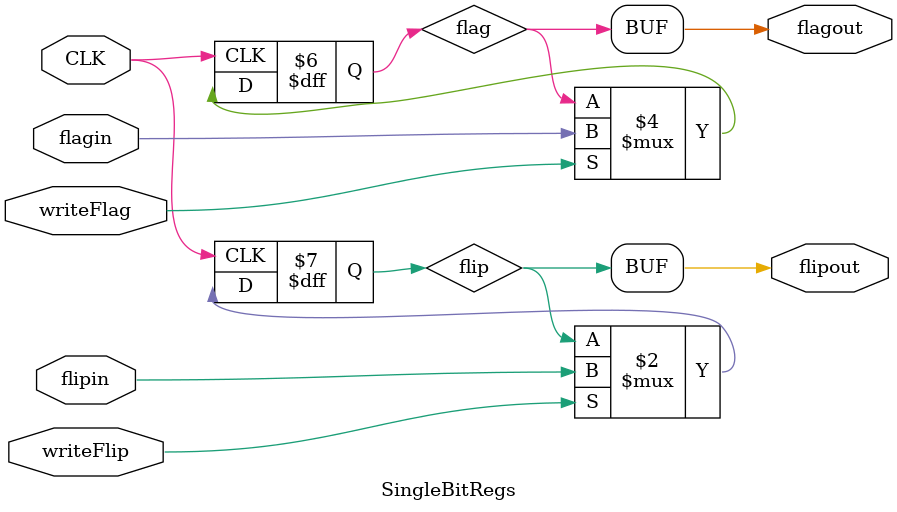
<source format=sv>
/*****************************************************************************
  File Name:    SingleBitRegs.sv
  Author:       Chenxu Jiang
                DingCheng Hu
  Date:         Apr 29, 2017
  Description:  2 single-bit
                Input   flipin, flagin, CLK
                Output  flipout, flagout
*****************************************************************************/
module SingleBitRegs (
  input     flipin,       // flip to update
  input     flagin,       // flag to update
  input     writeFlip,    // if write the flip bit
  input     writeFlag,    // if write the flag bit
  input     CLK,
  output    flipout,      // output flip
  output    flagout       // output flag
);

  reg       flag, flip;

  // always output
  assign    flagout = flag;
  assign    flipout = flip;

  always @(posedge CLK) begin
    if (writeFlag) begin
      flag <= flagin;
    end
    if (writeFlip) begin
      flip <= flipin;
    end
  end

endmodule

</source>
